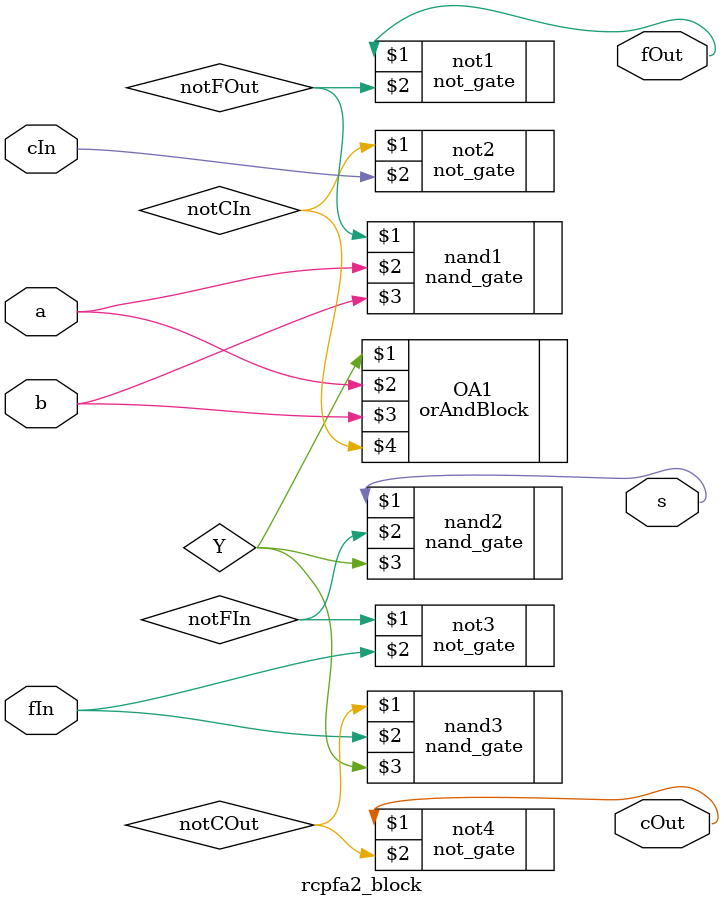
<source format=v>
module rcpfa2_block (
    input a,
    input b,
    input cIn,
    input fIn,
    output fOut,
    output s,
    output cOut
);
    wire X;
    wire Y;
    wire notFIn;
    wire notFOut;
    wire notCIn;
    wire notCOut;


    nand_gate nand1(notFOut, a, b);
    not_gate not1(fOut, notFOut);
    
    not_gate not2(notCIn, cIn);
    orAndBlock OA1(Y, a, b, notCIn);
    not_gate not3(notFIn, fIn);
    nand_gate nand2(s, notFIn, Y);
    nand_gate nand3(notCOut, fIn, Y);
    not_gate not4(cOut, notCOut);

endmodule
</source>
